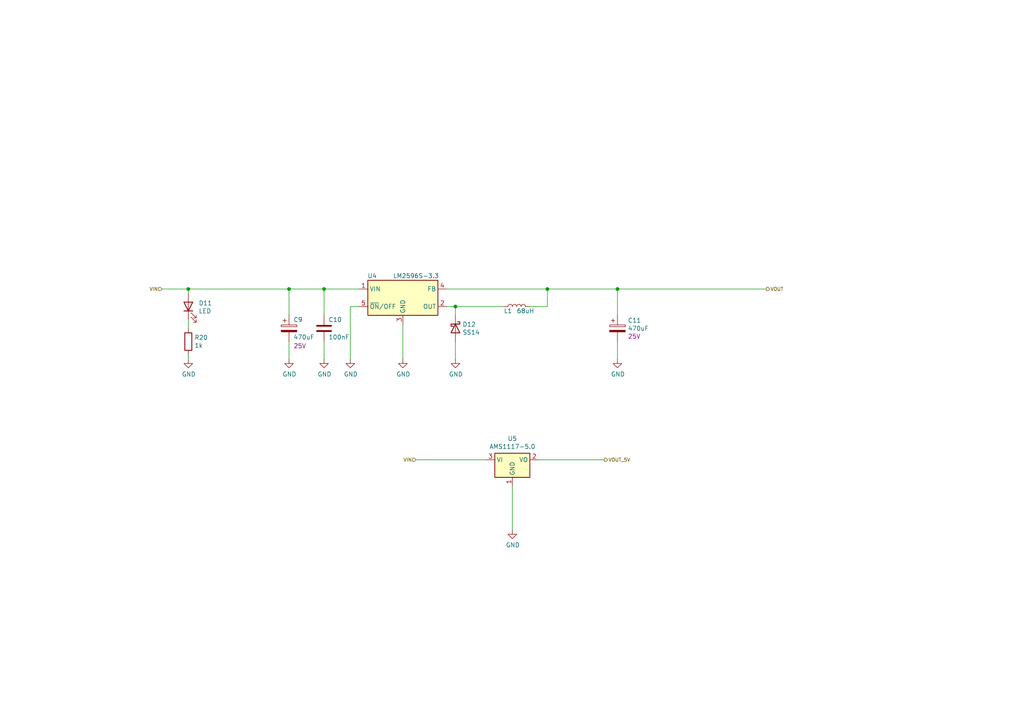
<source format=kicad_sch>
(kicad_sch (version 20230121) (generator eeschema)
  (paper "User" 297.002 210.007)
  (title_block (title "ESP-MAP (Standalone UPS Monitor)") (date "2024-01-07") (rev "rev01") (comment 1 "https://github.com/enriquewph/esp-map"))
  (lib_symbols
    (symbol "Device:C" (pin_numbers hide) (pin_names (offset 0.254))
      (property "Reference" "C" (at 0.635 2.54 0))
      (property "Value" "C" (at 0.635 -2.54 0))
      (symbol "C_0_1"
        (polyline (pts (xy -2.032 -0.762) (xy 2.032 -0.762)) (stroke (width 0.508)))
        (polyline (pts (xy -2.032 0.762) (xy 2.032 0.762)) (stroke (width 0.508)))
      )
      (symbol "C_1_1"
        (pin passive line (at 0 3.81 270) (length 2.794) (name "~") (number "1"))
        (pin passive line (at 0 -3.81 90) (length 2.794) (name "~") (number "2"))
      )
    )
    (symbol "Device:C_Polarized" (pin_numbers hide) (pin_names (offset 0.254))
      (property "Reference" "C" (at 0.635 2.54 0))
      (property "Value" "C_Polarized" (at 0.635 -2.54 0))
      (symbol "C_Polarized_0_1"
        (rectangle (start -2.286 0.508) (end 2.286 1.016))
        (polyline (pts (xy -1.778 2.286) (xy -0.762 2.286)))
        (polyline (pts (xy -1.27 2.794) (xy -1.27 1.778)))
        (rectangle (start 2.286 -0.508) (end -2.286 -1.016) (fill (type outline)))
      )
      (symbol "C_Polarized_1_1"
        (pin passive line (at 0 3.81 270) (length 2.794) (name "~") (number "1"))
        (pin passive line (at 0 -3.81 90) (length 2.794) (name "~") (number "2"))
      )
    )
    (symbol "Device:L" (pin_numbers hide) (pin_names (offset 1.016) hide)
      (property "Reference" "L" (at -1.27 0 90))
      (property "Value" "L" (at 1.905 0 90))
      (symbol "L_0_1"
        (arc (start 0 -2.54) (mid 0.6323 -1.905) (end 0 -1.27))
        (arc (start 0 -1.27) (mid 0.6323 -0.635) (end 0 0))
        (arc (start 0 0) (mid 0.6323 0.635) (end 0 1.27))
        (arc (start 0 1.27) (mid 0.6323 1.905) (end 0 2.54))
      )
      (symbol "L_1_1"
        (pin passive line (at 0 3.81 270) (length 1.27) (name "1") (number "1"))
        (pin passive line (at 0 -3.81 90) (length 1.27) (name "2") (number "2"))
      )
    )
    (symbol "Device:LED" (pin_numbers hide) (pin_names (offset 1.016) hide)
      (property "Reference" "D" (at 0 2.54 0))
      (property "Value" "LED" (at 0 -2.54 0))
      (symbol "LED_0_1"
        (polyline (pts (xy -1.27 -1.27) (xy -1.27 1.27)) (stroke (width 0.254)))
        (polyline (pts (xy -1.27 0) (xy 1.27 0)))
        (polyline (pts (xy 1.27 -1.27) (xy 1.27 1.27) (xy -1.27 0) (xy 1.27 -1.27)) (stroke (width 0.254)))
        (polyline (pts (xy -3.048 -0.762) (xy -4.572 -2.286) (xy -3.81 -2.286) (xy -4.572 -2.286) (xy -4.572 -1.524)))
        (polyline (pts (xy -1.778 -0.762) (xy -3.302 -2.286) (xy -2.54 -2.286) (xy -3.302 -2.286) (xy -3.302 -1.524)))
      )
      (symbol "LED_1_1"
        (pin passive line (at -3.81 0 0) (length 2.54) (name "K") (number "1"))
        (pin passive line (at 3.81 0 180) (length 2.54) (name "A") (number "2"))
      )
    )
    (symbol "Device:R" (pin_numbers hide) (pin_names (offset 0))
      (property "Reference" "R" (at 2.032 0 90))
      (property "Value" "R" (at 0 0 90))
      (symbol "R_0_1"
        (rectangle (start -1.016 -2.54) (end 1.016 2.54) (stroke (width 0.254)))
      )
      (symbol "R_1_1"
        (pin passive line (at 0 3.81 270) (length 1.27) (name "~") (number "1"))
        (pin passive line (at 0 -3.81 90) (length 1.27) (name "~") (number "2"))
      )
    )
    (symbol "Diode:1N5822" (pin_numbers hide) (pin_names (offset 1.016) hide)
      (property "Reference" "D" (at 0 2.54 0))
      (property "Value" "1N5822" (at 0 -2.54 0))
      (symbol "1N5822_0_1"
        (polyline (pts (xy 1.27 0) (xy -1.27 0)))
        (polyline (pts (xy 1.27 1.27) (xy 1.27 -1.27) (xy -1.27 0) (xy 1.27 1.27)) (stroke (width 0.254)))
        (polyline (pts (xy -1.905 0.635) (xy -1.905 1.27) (xy -1.27 1.27) (xy -1.27 -1.27) (xy -0.635 -1.27) (xy -0.635 -0.635)) (stroke (width 0.254)))
      )
      (symbol "1N5822_1_1"
        (pin passive line (at -3.81 0 0) (length 2.54) (name "K") (number "1"))
        (pin passive line (at 3.81 0 180) (length 2.54) (name "A") (number "2"))
      )
    )
    (symbol "Regulator_Linear:AMS1117-5.0"
      (property "Reference" "U" (at -3.81 3.175 0))
      (property "Value" "AMS1117-5.0" (at 0 3.175 0))
      (symbol "AMS1117-5.0_0_1"
        (rectangle (start -5.08 -5.08) (end 5.08 1.905) (stroke (width 0.254)) (fill (type background)))
      )
      (symbol "AMS1117-5.0_1_1"
        (pin power_in line (at 0 -7.62 90) (length 2.54) (name "GND") (number "1"))
        (pin power_out line (at 7.62 0 180) (length 2.54) (name "VO") (number "2"))
        (pin power_in line (at -7.62 0 0) (length 2.54) (name "VI") (number "3"))
      )
    )
    (symbol "Regulator_Switching:LM2596S-3.3"
      (property "Reference" "U" (at -10.16 6.35 0))
      (property "Value" "LM2596S-3.3" (at 0 6.35 0))
      (symbol "LM2596S-3.3_0_1"
        (rectangle (start -10.16 5.08) (end 10.16 -5.08) (stroke (width 0.254)) (fill (type background)))
      )
      (symbol "LM2596S-3.3_1_1"
        (pin power_in line (at -12.7 2.54 0) (length 2.54) (name "VIN") (number "1"))
        (pin output line (at 12.7 -2.54 180) (length 2.54) (name "OUT") (number "2"))
        (pin power_in line (at 0 -7.62 90) (length 2.54) (name "GND") (number "3"))
        (pin input line (at 12.7 2.54 180) (length 2.54) (name "FB") (number "4"))
        (pin input line (at -12.7 -2.54 0) (length 2.54) (name "~{ON}/OFF") (number "5"))
      )
    )
    (symbol "power:GND" (power) (pin_names (offset 0))
      (property "Value" "GND" (at 0 -3.81 0))
      (symbol "GND_0_1"
        (polyline (pts (xy 0 0) (xy 0 -1.27) (xy 1.27 -1.27) (xy 0 -2.54) (xy -1.27 -1.27) (xy 0 -1.27)))
      )
      (symbol "GND_1_1"
        (pin power_in line (at 0 0 270) (length 0) hide (name "GND") (number "1"))
      )
    )
  )
  (junction (at 132.08 88.9))
  (junction (at 93.98 83.82))
  (junction (at 158.75 83.82))
  (junction (at 179.07 83.82))
  (junction (at 54.61 83.82))
  (junction (at 83.82 83.82))
  (wire (pts (xy 93.98 91.44) (xy 93.98 83.82)))
  (wire (pts (xy 54.61 95.25) (xy 54.61 92.71)))
  (wire (pts (xy 101.6 88.9) (xy 104.14 88.9)))
  (wire (pts (xy 158.75 83.82) (xy 158.75 88.9)))
  (wire (pts (xy 179.07 104.14) (xy 179.07 99.06)))
  (wire (pts (xy 116.84 104.14) (xy 116.84 93.98)))
  (wire (pts (xy 129.54 88.9) (xy 132.08 88.9)))
  (wire (pts (xy 156.21 133.35) (xy 175.26 133.35)))
  (wire (pts (xy 179.07 83.82) (xy 179.07 91.44)))
  (wire (pts (xy 120.65 133.35) (xy 140.97 133.35)))
  (wire (pts (xy 146.05 88.9) (xy 132.08 88.9)))
  (wire (pts (xy 158.75 83.82) (xy 179.07 83.82)))
  (wire (pts (xy 83.82 83.82) (xy 93.98 83.82)))
  (wire (pts (xy 54.61 83.82) (xy 83.82 83.82)))
  (wire (pts (xy 101.6 104.14) (xy 101.6 88.9)))
  (wire (pts (xy 83.82 91.44) (xy 83.82 83.82)))
  (wire (pts (xy 54.61 104.14) (xy 54.61 102.87)))
  (wire (pts (xy 179.07 83.82) (xy 222.25 83.82)))
  (wire (pts (xy 93.98 83.82) (xy 104.14 83.82)))
  (wire (pts (xy 129.54 83.82) (xy 158.75 83.82)))
  (wire (pts (xy 132.08 91.44) (xy 132.08 88.9)))
  (wire (pts (xy 46.99 83.82) (xy 54.61 83.82)))
  (wire (pts (xy 132.08 104.14) (xy 132.08 99.06)))
  (wire (pts (xy 93.98 99.06) (xy 93.98 104.14)))
  (wire (pts (xy 83.82 104.14) (xy 83.82 99.06)))
  (wire (pts (xy 153.67 88.9) (xy 158.75 88.9)))
  (wire (pts (xy 54.61 83.82) (xy 54.61 85.09)))
  (wire (pts (xy 148.59 153.67) (xy 148.59 140.97)))
  (hierarchical_label "VIN" (shape input) (at 46.99 83.82 180) (effects (font (size 0.9906 0.9906))))
  (hierarchical_label "VOUT" (shape output) (at 222.25 83.82 0) (effects (font (size 0.9906 0.9906))))
  (hierarchical_label "VIN" (shape input) (at 120.65 133.35 180) (effects (font (size 0.9906 0.9906))))
  (hierarchical_label "VOUT_5V" (shape output) (at 175.26 133.35 0) (effects (font (size 0.9906 0.9906))))
  (symbol (lib_id "Regulator_Switching:LM2596S-3.3") (at 116.84 86.36 0) (unit 1)
    (property "Reference" "U4" (at 107.95 80.01 0))
    (property "Value" "LM2596S-3.3" (at 120.65 80.01 0))
    (property "Footprint" "esp-map-footprints:TO-263-5_TabPin3" (effects hide))
    (property "Datasheet" "https://www.ti.com/general/docs/suppproductinfo.tsp?distId=10&gotoUrl=http%3A%2F%2Fwww.ti.com%2Flit%2Fgpn%2Flm2596" (effects hide))
    (property "manf#" "LM2596SX-3.3/NOPB" (effects hide))
  )
  (symbol (lib_id "power:GND") (at 54.61 104.14 0) (unit 1)
    (property "Reference" "#PWR047" (effects hide))
    (property "Value" "GND" (at 54.737 108.5342 0))
  )
  (symbol (lib_id "Device:LED") (at 54.61 88.9 90) (unit 1)
    (property "Reference" "D11" (at 57.6072 87.9094 90) (effects (justify right)))
    (property "Value" "LED" (at 57.6072 90.2208 90) (effects (justify right)))
    (property "Footprint" "LED_SMD:LED_1206_3216Metric" (effects hide))
    (property "Datasheet" "https://media.digikey.com/pdf/Data%20Sheets/Stanley%20Electric%20PDFs/1101W_Series.pdf" (effects hide))
    (property "manf#" "BR1101W-TR" (effects hide))
  )
  (symbol (lib_id "Device:R") (at 54.61 99.06 0) (unit 1)
    (property "Reference" "R20" (at 56.388 97.8916 0) (effects (justify left)))
    (property "Value" "1k" (at 56.388 100.203 0) (effects (justify left)))
    (property "Footprint" "Resistor_SMD:R_1206_3216Metric" (effects hide))
    (property "Datasheet" "https://www.yageo.com/upload/media/product/productsearch/datasheet/rchip/PYu-RC_Group_51_RoHS_L_11.pdf" (effects hide))
    (property "manf#" "RC1206FR-071KL" (effects hide))
  )
  (symbol (lib_id "power:GND") (at 93.98 104.14 0) (unit 1)
    (property "Reference" "#PWR049" (effects hide))
    (property "Value" "GND" (at 94.107 108.5342 0))
  )
  (symbol (lib_id "Device:C") (at 93.98 95.25 0) (unit 1)
    (property "Reference" "C10" (at 95.25 92.71 0) (effects (justify left)))
    (property "Value" "100nF" (at 95.25 97.79 0) (effects (justify left)))
    (property "Footprint" "Capacitor_SMD:C_1206_3216Metric_Pad1.33x1.80mm_HandSolder" (effects hide))
    (property "Datasheet" "https://www.yageo.com/upload/media/product/productsearch/datasheet/mlcc/UPY-GPHC_X7R_6.3V-to-50V_18.pdf" (effects hide))
    (property "Voltage" "50V" (effects hide))
    (property "manf#" "CC1206KRX7R9BB104" (effects hide))
  )
  (symbol (lib_id "Diode:1N5822") (at 132.08 95.25 270) (unit 1)
    (property "Reference" "D12" (at 134.112 94.0816 90) (effects (justify left)))
    (property "Value" "SS14" (at 134.112 96.393 90) (effects (justify left)))
    (property "Footprint" "Diode_SMD:D_SMA_Handsoldering" (effects hide))
    (property "Datasheet" "https://www.onsemi.com/pdf/datasheet/ss19-d.pdf" (effects hide))
    (property "manf#" "SS14" (effects hide))
  )
  (symbol (lib_id "Device:C_Polarized") (at 179.07 95.25 0) (unit 1)
    (property "Reference" "C11" (at 182.0672 92.9386 0) (effects (justify left)))
    (property "Value" "470uF" (at 182.0672 95.25 0) (effects (justify left)))
    (property "Footprint" "esp-map-footprints:CAP_10x10_SMD_THT" (effects hide))
    (property "Datasheet" "https://industrial.panasonic.com/cdbs/www-data/pdf/RDE0000/ABA0000C1142.pdf" (effects hide))
    (property "Voltage" "25V" (at 182.0672 97.5614 0) (effects (justify left)))
    (property "manf#" "EEE-1EA471UAP" (effects hide))
  )
  (symbol (lib_id "power:GND") (at 179.07 104.14 0) (unit 1)
    (property "Reference" "#PWR054" (effects hide))
    (property "Value" "GND" (at 179.197 108.5342 0))
  )
  (symbol (lib_id "Device:L") (at 149.86 88.9 90) (unit 1)
    (property "Reference" "L1" (at 147.32 90.17 90))
    (property "Value" "68uH" (at 152.4 90.17 90))
    (property "Footprint" "esp-map-footprints:L_12x12mm_H8mm" (effects hide))
    (property "Datasheet" "https://no.mouser.com/datasheet/2/336/SPM2007_08-514261.pdf" (effects hide))
    (property "manf#" "P0751.683NLT, CDRH127/LDNP-680MC" (effects hide))
  )
  (symbol (lib_id "power:GND") (at 116.84 104.14 0) (unit 1)
    (property "Reference" "#PWR051" (effects hide))
    (property "Value" "GND" (at 116.967 108.5342 0))
  )
  (symbol (lib_id "power:GND") (at 101.6 104.14 0) (unit 1)
    (property "Reference" "#PWR050" (effects hide))
    (property "Value" "GND" (at 101.727 108.5342 0))
  )
  (symbol (lib_id "power:GND") (at 132.08 104.14 0) (unit 1)
    (property "Reference" "#PWR052" (effects hide))
    (property "Value" "GND" (at 132.207 108.5342 0))
  )
  (symbol (lib_id "power:GND") (at 83.82 104.14 0) (unit 1)
    (property "Reference" "#PWR048" (effects hide))
    (property "Value" "GND" (at 83.947 108.5342 0))
  )
  (symbol (lib_id "Device:C_Polarized") (at 83.82 95.25 0) (unit 1)
    (property "Reference" "C9" (at 85.09 92.71 0) (effects (justify left)))
    (property "Value" "470uF" (at 85.09 97.79 0) (effects (justify left)))
    (property "Footprint" "esp-map-footprints:CAP_10x10_SMD_THT" (effects hide))
    (property "Datasheet" "https://industrial.panasonic.com/cdbs/www-data/pdf/RDE0000/ABA0000C1142.pdf" (effects hide))
    (property "Voltage" "25V" (at 85.09 100.33 0) (effects (justify left)))
    (property "manf#" "EEE-1EA471UAP" (effects hide))
  )
  (symbol (lib_id "power:GND") (at 148.59 153.67 0) (unit 1)
    (property "Reference" "#PWR053" (effects hide))
    (property "Value" "GND" (at 148.717 158.0642 0))
  )
  (symbol (lib_id "Regulator_Linear:AMS1117-5.0") (at 148.59 133.35 0) (unit 1)
    (property "Reference" "U5" (at 148.59 127.2032 0))
    (property "Value" "AMS1117-5.0" (at 148.59 129.5146 0))
    (property "Footprint" "Package_TO_SOT_SMD:SOT-223-3_TabPin2" (effects hide))
    (property "Datasheet" "http://www.advanced-monolithic.com/pdf/ds1117.pdf" (effects hide))
    (property "manf#" "LM1117MPX-5.0/NOPB" (effects hide))
  )
)
</source>
